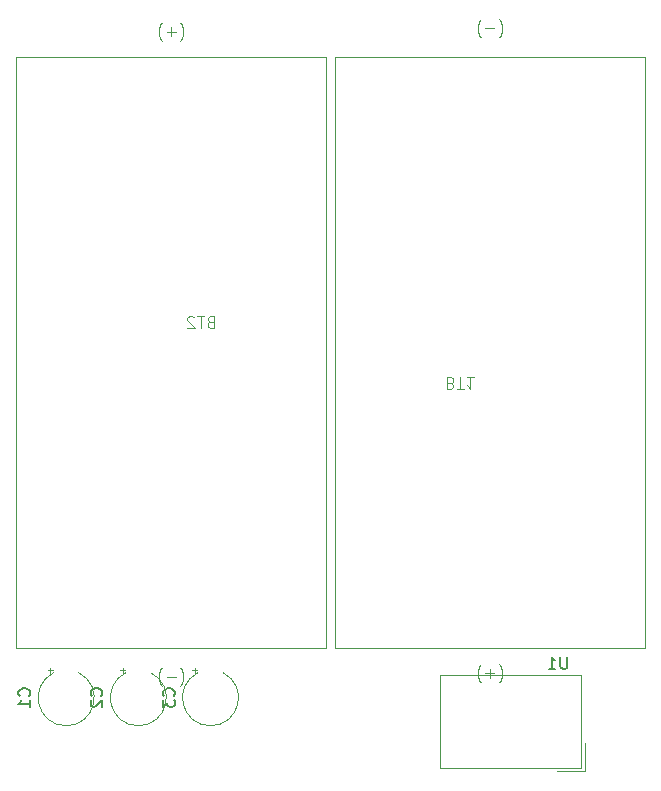
<source format=gbr>
%TF.GenerationSoftware,KiCad,Pcbnew,7.0.1-0*%
%TF.CreationDate,2023-04-24T12:32:45-04:00*%
%TF.ProjectId,tempLogger_clientPCB,74656d70-4c6f-4676-9765-725f636c6965,rev?*%
%TF.SameCoordinates,Original*%
%TF.FileFunction,Legend,Bot*%
%TF.FilePolarity,Positive*%
%FSLAX46Y46*%
G04 Gerber Fmt 4.6, Leading zero omitted, Abs format (unit mm)*
G04 Created by KiCad (PCBNEW 7.0.1-0) date 2023-04-24 12:32:45*
%MOMM*%
%LPD*%
G01*
G04 APERTURE LIST*
%ADD10C,0.150000*%
%ADD11C,0.100000*%
%ADD12C,0.120000*%
G04 APERTURE END LIST*
D10*
%TO.C,C3*%
X116247380Y-120503333D02*
X116295000Y-120455714D01*
X116295000Y-120455714D02*
X116342619Y-120312857D01*
X116342619Y-120312857D02*
X116342619Y-120217619D01*
X116342619Y-120217619D02*
X116295000Y-120074762D01*
X116295000Y-120074762D02*
X116199761Y-119979524D01*
X116199761Y-119979524D02*
X116104523Y-119931905D01*
X116104523Y-119931905D02*
X115914047Y-119884286D01*
X115914047Y-119884286D02*
X115771190Y-119884286D01*
X115771190Y-119884286D02*
X115580714Y-119931905D01*
X115580714Y-119931905D02*
X115485476Y-119979524D01*
X115485476Y-119979524D02*
X115390238Y-120074762D01*
X115390238Y-120074762D02*
X115342619Y-120217619D01*
X115342619Y-120217619D02*
X115342619Y-120312857D01*
X115342619Y-120312857D02*
X115390238Y-120455714D01*
X115390238Y-120455714D02*
X115437857Y-120503333D01*
X115342619Y-120836667D02*
X115342619Y-121455714D01*
X115342619Y-121455714D02*
X115723571Y-121122381D01*
X115723571Y-121122381D02*
X115723571Y-121265238D01*
X115723571Y-121265238D02*
X115771190Y-121360476D01*
X115771190Y-121360476D02*
X115818809Y-121408095D01*
X115818809Y-121408095D02*
X115914047Y-121455714D01*
X115914047Y-121455714D02*
X116152142Y-121455714D01*
X116152142Y-121455714D02*
X116247380Y-121408095D01*
X116247380Y-121408095D02*
X116295000Y-121360476D01*
X116295000Y-121360476D02*
X116342619Y-121265238D01*
X116342619Y-121265238D02*
X116342619Y-120979524D01*
X116342619Y-120979524D02*
X116295000Y-120884286D01*
X116295000Y-120884286D02*
X116247380Y-120836667D01*
%TO.C,C2*%
X110137380Y-120503333D02*
X110185000Y-120455714D01*
X110185000Y-120455714D02*
X110232619Y-120312857D01*
X110232619Y-120312857D02*
X110232619Y-120217619D01*
X110232619Y-120217619D02*
X110185000Y-120074762D01*
X110185000Y-120074762D02*
X110089761Y-119979524D01*
X110089761Y-119979524D02*
X109994523Y-119931905D01*
X109994523Y-119931905D02*
X109804047Y-119884286D01*
X109804047Y-119884286D02*
X109661190Y-119884286D01*
X109661190Y-119884286D02*
X109470714Y-119931905D01*
X109470714Y-119931905D02*
X109375476Y-119979524D01*
X109375476Y-119979524D02*
X109280238Y-120074762D01*
X109280238Y-120074762D02*
X109232619Y-120217619D01*
X109232619Y-120217619D02*
X109232619Y-120312857D01*
X109232619Y-120312857D02*
X109280238Y-120455714D01*
X109280238Y-120455714D02*
X109327857Y-120503333D01*
X109327857Y-120884286D02*
X109280238Y-120931905D01*
X109280238Y-120931905D02*
X109232619Y-121027143D01*
X109232619Y-121027143D02*
X109232619Y-121265238D01*
X109232619Y-121265238D02*
X109280238Y-121360476D01*
X109280238Y-121360476D02*
X109327857Y-121408095D01*
X109327857Y-121408095D02*
X109423095Y-121455714D01*
X109423095Y-121455714D02*
X109518333Y-121455714D01*
X109518333Y-121455714D02*
X109661190Y-121408095D01*
X109661190Y-121408095D02*
X110232619Y-120836667D01*
X110232619Y-120836667D02*
X110232619Y-121455714D01*
%TO.C,C1*%
X104027380Y-120503333D02*
X104075000Y-120455714D01*
X104075000Y-120455714D02*
X104122619Y-120312857D01*
X104122619Y-120312857D02*
X104122619Y-120217619D01*
X104122619Y-120217619D02*
X104075000Y-120074762D01*
X104075000Y-120074762D02*
X103979761Y-119979524D01*
X103979761Y-119979524D02*
X103884523Y-119931905D01*
X103884523Y-119931905D02*
X103694047Y-119884286D01*
X103694047Y-119884286D02*
X103551190Y-119884286D01*
X103551190Y-119884286D02*
X103360714Y-119931905D01*
X103360714Y-119931905D02*
X103265476Y-119979524D01*
X103265476Y-119979524D02*
X103170238Y-120074762D01*
X103170238Y-120074762D02*
X103122619Y-120217619D01*
X103122619Y-120217619D02*
X103122619Y-120312857D01*
X103122619Y-120312857D02*
X103170238Y-120455714D01*
X103170238Y-120455714D02*
X103217857Y-120503333D01*
X104122619Y-121455714D02*
X104122619Y-120884286D01*
X104122619Y-121170000D02*
X103122619Y-121170000D01*
X103122619Y-121170000D02*
X103265476Y-121074762D01*
X103265476Y-121074762D02*
X103360714Y-120979524D01*
X103360714Y-120979524D02*
X103408333Y-120884286D01*
%TO.C,U1*%
X149581904Y-117212619D02*
X149581904Y-118022142D01*
X149581904Y-118022142D02*
X149534285Y-118117380D01*
X149534285Y-118117380D02*
X149486666Y-118165000D01*
X149486666Y-118165000D02*
X149391428Y-118212619D01*
X149391428Y-118212619D02*
X149200952Y-118212619D01*
X149200952Y-118212619D02*
X149105714Y-118165000D01*
X149105714Y-118165000D02*
X149058095Y-118117380D01*
X149058095Y-118117380D02*
X149010476Y-118022142D01*
X149010476Y-118022142D02*
X149010476Y-117212619D01*
X148010476Y-118212619D02*
X148581904Y-118212619D01*
X148296190Y-118212619D02*
X148296190Y-117212619D01*
X148296190Y-117212619D02*
X148391428Y-117355476D01*
X148391428Y-117355476D02*
X148486666Y-117450714D01*
X148486666Y-117450714D02*
X148581904Y-117498333D01*
D11*
%TO.C,BT1*%
X139714285Y-94041190D02*
X139857142Y-93993571D01*
X139857142Y-93993571D02*
X139904761Y-93945952D01*
X139904761Y-93945952D02*
X139952380Y-93850714D01*
X139952380Y-93850714D02*
X139952380Y-93707857D01*
X139952380Y-93707857D02*
X139904761Y-93612619D01*
X139904761Y-93612619D02*
X139857142Y-93565000D01*
X139857142Y-93565000D02*
X139761904Y-93517380D01*
X139761904Y-93517380D02*
X139380952Y-93517380D01*
X139380952Y-93517380D02*
X139380952Y-94517380D01*
X139380952Y-94517380D02*
X139714285Y-94517380D01*
X139714285Y-94517380D02*
X139809523Y-94469761D01*
X139809523Y-94469761D02*
X139857142Y-94422142D01*
X139857142Y-94422142D02*
X139904761Y-94326904D01*
X139904761Y-94326904D02*
X139904761Y-94231666D01*
X139904761Y-94231666D02*
X139857142Y-94136428D01*
X139857142Y-94136428D02*
X139809523Y-94088809D01*
X139809523Y-94088809D02*
X139714285Y-94041190D01*
X139714285Y-94041190D02*
X139380952Y-94041190D01*
X140238095Y-94517380D02*
X140809523Y-94517380D01*
X140523809Y-93517380D02*
X140523809Y-94517380D01*
X141666666Y-93517380D02*
X141095238Y-93517380D01*
X141380952Y-93517380D02*
X141380952Y-94517380D01*
X141380952Y-94517380D02*
X141285714Y-94374523D01*
X141285714Y-94374523D02*
X141190476Y-94279285D01*
X141190476Y-94279285D02*
X141095238Y-94231666D01*
X142278095Y-117851428D02*
X142230476Y-117899047D01*
X142230476Y-117899047D02*
X142135238Y-118041904D01*
X142135238Y-118041904D02*
X142087619Y-118137142D01*
X142087619Y-118137142D02*
X142040000Y-118280000D01*
X142040000Y-118280000D02*
X141992381Y-118518095D01*
X141992381Y-118518095D02*
X141992381Y-118708571D01*
X141992381Y-118708571D02*
X142040000Y-118946666D01*
X142040000Y-118946666D02*
X142087619Y-119089523D01*
X142087619Y-119089523D02*
X142135238Y-119184761D01*
X142135238Y-119184761D02*
X142230476Y-119327619D01*
X142230476Y-119327619D02*
X142278095Y-119375238D01*
X142659048Y-118613333D02*
X143420953Y-118613333D01*
X143040000Y-118232380D02*
X143040000Y-118994285D01*
X143801905Y-117851428D02*
X143849524Y-117899047D01*
X143849524Y-117899047D02*
X143944762Y-118041904D01*
X143944762Y-118041904D02*
X143992381Y-118137142D01*
X143992381Y-118137142D02*
X144040000Y-118280000D01*
X144040000Y-118280000D02*
X144087619Y-118518095D01*
X144087619Y-118518095D02*
X144087619Y-118708571D01*
X144087619Y-118708571D02*
X144040000Y-118946666D01*
X144040000Y-118946666D02*
X143992381Y-119089523D01*
X143992381Y-119089523D02*
X143944762Y-119184761D01*
X143944762Y-119184761D02*
X143849524Y-119327619D01*
X143849524Y-119327619D02*
X143801905Y-119375238D01*
X142278095Y-63241428D02*
X142230476Y-63289047D01*
X142230476Y-63289047D02*
X142135238Y-63431904D01*
X142135238Y-63431904D02*
X142087619Y-63527142D01*
X142087619Y-63527142D02*
X142040000Y-63670000D01*
X142040000Y-63670000D02*
X141992381Y-63908095D01*
X141992381Y-63908095D02*
X141992381Y-64098571D01*
X141992381Y-64098571D02*
X142040000Y-64336666D01*
X142040000Y-64336666D02*
X142087619Y-64479523D01*
X142087619Y-64479523D02*
X142135238Y-64574761D01*
X142135238Y-64574761D02*
X142230476Y-64717619D01*
X142230476Y-64717619D02*
X142278095Y-64765238D01*
X142659048Y-64003333D02*
X143420953Y-64003333D01*
X143801905Y-63241428D02*
X143849524Y-63289047D01*
X143849524Y-63289047D02*
X143944762Y-63431904D01*
X143944762Y-63431904D02*
X143992381Y-63527142D01*
X143992381Y-63527142D02*
X144040000Y-63670000D01*
X144040000Y-63670000D02*
X144087619Y-63908095D01*
X144087619Y-63908095D02*
X144087619Y-64098571D01*
X144087619Y-64098571D02*
X144040000Y-64336666D01*
X144040000Y-64336666D02*
X143992381Y-64479523D01*
X143992381Y-64479523D02*
X143944762Y-64574761D01*
X143944762Y-64574761D02*
X143849524Y-64717619D01*
X143849524Y-64717619D02*
X143801905Y-64765238D01*
%TO.C,BT2*%
X119365714Y-88838809D02*
X119222857Y-88886428D01*
X119222857Y-88886428D02*
X119175238Y-88934047D01*
X119175238Y-88934047D02*
X119127619Y-89029285D01*
X119127619Y-89029285D02*
X119127619Y-89172142D01*
X119127619Y-89172142D02*
X119175238Y-89267380D01*
X119175238Y-89267380D02*
X119222857Y-89315000D01*
X119222857Y-89315000D02*
X119318095Y-89362619D01*
X119318095Y-89362619D02*
X119699047Y-89362619D01*
X119699047Y-89362619D02*
X119699047Y-88362619D01*
X119699047Y-88362619D02*
X119365714Y-88362619D01*
X119365714Y-88362619D02*
X119270476Y-88410238D01*
X119270476Y-88410238D02*
X119222857Y-88457857D01*
X119222857Y-88457857D02*
X119175238Y-88553095D01*
X119175238Y-88553095D02*
X119175238Y-88648333D01*
X119175238Y-88648333D02*
X119222857Y-88743571D01*
X119222857Y-88743571D02*
X119270476Y-88791190D01*
X119270476Y-88791190D02*
X119365714Y-88838809D01*
X119365714Y-88838809D02*
X119699047Y-88838809D01*
X118841904Y-88362619D02*
X118270476Y-88362619D01*
X118556190Y-89362619D02*
X118556190Y-88362619D01*
X117984761Y-88457857D02*
X117937142Y-88410238D01*
X117937142Y-88410238D02*
X117841904Y-88362619D01*
X117841904Y-88362619D02*
X117603809Y-88362619D01*
X117603809Y-88362619D02*
X117508571Y-88410238D01*
X117508571Y-88410238D02*
X117460952Y-88457857D01*
X117460952Y-88457857D02*
X117413333Y-88553095D01*
X117413333Y-88553095D02*
X117413333Y-88648333D01*
X117413333Y-88648333D02*
X117460952Y-88791190D01*
X117460952Y-88791190D02*
X118032380Y-89362619D01*
X118032380Y-89362619D02*
X117413333Y-89362619D01*
X116801904Y-119638571D02*
X116849523Y-119590952D01*
X116849523Y-119590952D02*
X116944761Y-119448095D01*
X116944761Y-119448095D02*
X116992380Y-119352857D01*
X116992380Y-119352857D02*
X117039999Y-119210000D01*
X117039999Y-119210000D02*
X117087618Y-118971904D01*
X117087618Y-118971904D02*
X117087618Y-118781428D01*
X117087618Y-118781428D02*
X117039999Y-118543333D01*
X117039999Y-118543333D02*
X116992380Y-118400476D01*
X116992380Y-118400476D02*
X116944761Y-118305238D01*
X116944761Y-118305238D02*
X116849523Y-118162380D01*
X116849523Y-118162380D02*
X116801904Y-118114761D01*
X116420951Y-118876666D02*
X115659047Y-118876666D01*
X115278094Y-119638571D02*
X115230475Y-119590952D01*
X115230475Y-119590952D02*
X115135237Y-119448095D01*
X115135237Y-119448095D02*
X115087618Y-119352857D01*
X115087618Y-119352857D02*
X115039999Y-119210000D01*
X115039999Y-119210000D02*
X114992380Y-118971904D01*
X114992380Y-118971904D02*
X114992380Y-118781428D01*
X114992380Y-118781428D02*
X115039999Y-118543333D01*
X115039999Y-118543333D02*
X115087618Y-118400476D01*
X115087618Y-118400476D02*
X115135237Y-118305238D01*
X115135237Y-118305238D02*
X115230475Y-118162380D01*
X115230475Y-118162380D02*
X115278094Y-118114761D01*
X116801904Y-65028571D02*
X116849523Y-64980952D01*
X116849523Y-64980952D02*
X116944761Y-64838095D01*
X116944761Y-64838095D02*
X116992380Y-64742857D01*
X116992380Y-64742857D02*
X117039999Y-64600000D01*
X117039999Y-64600000D02*
X117087618Y-64361904D01*
X117087618Y-64361904D02*
X117087618Y-64171428D01*
X117087618Y-64171428D02*
X117039999Y-63933333D01*
X117039999Y-63933333D02*
X116992380Y-63790476D01*
X116992380Y-63790476D02*
X116944761Y-63695238D01*
X116944761Y-63695238D02*
X116849523Y-63552380D01*
X116849523Y-63552380D02*
X116801904Y-63504761D01*
X116420951Y-64266666D02*
X115659047Y-64266666D01*
X116039999Y-64647619D02*
X116039999Y-63885714D01*
X115278094Y-65028571D02*
X115230475Y-64980952D01*
X115230475Y-64980952D02*
X115135237Y-64838095D01*
X115135237Y-64838095D02*
X115087618Y-64742857D01*
X115087618Y-64742857D02*
X115039999Y-64600000D01*
X115039999Y-64600000D02*
X114992380Y-64361904D01*
X114992380Y-64361904D02*
X114992380Y-64171428D01*
X114992380Y-64171428D02*
X115039999Y-63933333D01*
X115039999Y-63933333D02*
X115087618Y-63790476D01*
X115087618Y-63790476D02*
X115135237Y-63695238D01*
X115135237Y-63695238D02*
X115230475Y-63552380D01*
X115230475Y-63552380D02*
X115278094Y-63504761D01*
D12*
%TO.C,C3*%
X117820000Y-118357712D02*
X118270000Y-118357712D01*
X118045000Y-118132712D02*
X118045000Y-118582712D01*
X118320000Y-118550259D02*
G75*
G03*
X120440000Y-118550259I1060000J-2119741D01*
G01*
%TO.C,C2*%
X111710000Y-118357712D02*
X112160000Y-118357712D01*
X111935000Y-118132712D02*
X111935000Y-118582712D01*
X112210000Y-118550259D02*
G75*
G03*
X114330000Y-118550259I1060000J-2119741D01*
G01*
%TO.C,C1*%
X105600000Y-118357712D02*
X106050000Y-118357712D01*
X105825000Y-118132712D02*
X105825000Y-118582712D01*
X106100000Y-118550259D02*
G75*
G03*
X108220000Y-118550259I1060000J-2119741D01*
G01*
%TO.C,U1*%
X151070000Y-124460000D02*
X151070000Y-126910000D01*
X150740000Y-118730000D02*
X138800000Y-118730000D01*
X138800000Y-118730000D02*
X138800000Y-126580000D01*
X151070000Y-126910000D02*
X148740000Y-126910000D01*
X150740000Y-126580000D02*
X150740000Y-118730000D01*
X138800000Y-126580000D02*
X150740000Y-126580000D01*
D11*
%TO.C,BT1*%
X129940000Y-116440000D02*
X156140000Y-116440000D01*
X156140000Y-116440000D02*
X156140000Y-66440000D01*
X156140000Y-66440000D02*
X129940000Y-66440000D01*
X129940000Y-66440000D02*
X129940000Y-116440000D01*
%TO.C,BT2*%
X129140000Y-66440000D02*
X102940000Y-66440000D01*
X102940000Y-66440000D02*
X102940000Y-116440000D01*
X102940000Y-116440000D02*
X129140000Y-116440000D01*
X129140000Y-116440000D02*
X129140000Y-66440000D01*
%TD*%
M02*

</source>
